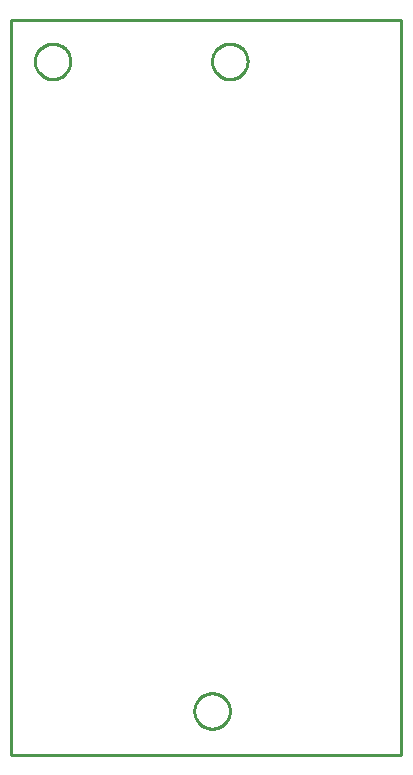
<source format=gbr>
G04 EAGLE Gerber RS-274X export*
G75*
%MOMM*%
%FSLAX34Y34*%
%LPD*%
%IN*%
%IPPOS*%
%AMOC8*
5,1,8,0,0,1.08239X$1,22.5*%
G01*
%ADD10C,0.254000*%


D10*
X0Y12700D02*
X330300Y12900D01*
X330300Y635100D01*
X0Y634900D01*
X0Y12700D01*
X185000Y49464D02*
X184924Y48396D01*
X184771Y47335D01*
X184543Y46288D01*
X184241Y45260D01*
X183867Y44256D01*
X183422Y43281D01*
X182908Y42341D01*
X182329Y41440D01*
X181687Y40582D01*
X180985Y39772D01*
X180228Y39015D01*
X179418Y38313D01*
X178560Y37671D01*
X177659Y37092D01*
X176719Y36578D01*
X175744Y36133D01*
X174740Y35759D01*
X173712Y35457D01*
X172665Y35229D01*
X171604Y35076D01*
X170536Y35000D01*
X169464Y35000D01*
X168396Y35076D01*
X167335Y35229D01*
X166288Y35457D01*
X165260Y35759D01*
X164256Y36133D01*
X163281Y36578D01*
X162341Y37092D01*
X161440Y37671D01*
X160582Y38313D01*
X159772Y39015D01*
X159015Y39772D01*
X158313Y40582D01*
X157671Y41440D01*
X157092Y42341D01*
X156578Y43281D01*
X156133Y44256D01*
X155759Y45260D01*
X155457Y46288D01*
X155229Y47335D01*
X155076Y48396D01*
X155000Y49464D01*
X155000Y50536D01*
X155076Y51604D01*
X155229Y52665D01*
X155457Y53712D01*
X155759Y54740D01*
X156133Y55744D01*
X156578Y56719D01*
X157092Y57659D01*
X157671Y58560D01*
X158313Y59418D01*
X159015Y60228D01*
X159772Y60985D01*
X160582Y61687D01*
X161440Y62329D01*
X162341Y62908D01*
X163281Y63422D01*
X164256Y63867D01*
X165260Y64241D01*
X166288Y64543D01*
X167335Y64771D01*
X168396Y64924D01*
X169464Y65000D01*
X170536Y65000D01*
X171604Y64924D01*
X172665Y64771D01*
X173712Y64543D01*
X174740Y64241D01*
X175744Y63867D01*
X176719Y63422D01*
X177659Y62908D01*
X178560Y62329D01*
X179418Y61687D01*
X180228Y60985D01*
X180985Y60228D01*
X181687Y59418D01*
X182329Y58560D01*
X182908Y57659D01*
X183422Y56719D01*
X183867Y55744D01*
X184241Y54740D01*
X184543Y53712D01*
X184771Y52665D01*
X184924Y51604D01*
X185000Y50536D01*
X185000Y49464D01*
X50000Y599464D02*
X49924Y598396D01*
X49771Y597335D01*
X49543Y596288D01*
X49241Y595260D01*
X48867Y594256D01*
X48422Y593281D01*
X47908Y592341D01*
X47329Y591440D01*
X46687Y590582D01*
X45985Y589772D01*
X45228Y589015D01*
X44418Y588313D01*
X43560Y587671D01*
X42659Y587092D01*
X41719Y586578D01*
X40744Y586133D01*
X39740Y585759D01*
X38712Y585457D01*
X37665Y585229D01*
X36604Y585076D01*
X35536Y585000D01*
X34464Y585000D01*
X33396Y585076D01*
X32335Y585229D01*
X31288Y585457D01*
X30260Y585759D01*
X29256Y586133D01*
X28281Y586578D01*
X27341Y587092D01*
X26440Y587671D01*
X25582Y588313D01*
X24772Y589015D01*
X24015Y589772D01*
X23313Y590582D01*
X22671Y591440D01*
X22092Y592341D01*
X21578Y593281D01*
X21133Y594256D01*
X20759Y595260D01*
X20457Y596288D01*
X20229Y597335D01*
X20076Y598396D01*
X20000Y599464D01*
X20000Y600536D01*
X20076Y601604D01*
X20229Y602665D01*
X20457Y603712D01*
X20759Y604740D01*
X21133Y605744D01*
X21578Y606719D01*
X22092Y607659D01*
X22671Y608560D01*
X23313Y609418D01*
X24015Y610228D01*
X24772Y610985D01*
X25582Y611687D01*
X26440Y612329D01*
X27341Y612908D01*
X28281Y613422D01*
X29256Y613867D01*
X30260Y614241D01*
X31288Y614543D01*
X32335Y614771D01*
X33396Y614924D01*
X34464Y615000D01*
X35536Y615000D01*
X36604Y614924D01*
X37665Y614771D01*
X38712Y614543D01*
X39740Y614241D01*
X40744Y613867D01*
X41719Y613422D01*
X42659Y612908D01*
X43560Y612329D01*
X44418Y611687D01*
X45228Y610985D01*
X45985Y610228D01*
X46687Y609418D01*
X47329Y608560D01*
X47908Y607659D01*
X48422Y606719D01*
X48867Y605744D01*
X49241Y604740D01*
X49543Y603712D01*
X49771Y602665D01*
X49924Y601604D01*
X50000Y600536D01*
X50000Y599464D01*
X200000Y599464D02*
X199924Y598396D01*
X199771Y597335D01*
X199543Y596288D01*
X199241Y595260D01*
X198867Y594256D01*
X198422Y593281D01*
X197908Y592341D01*
X197329Y591440D01*
X196687Y590582D01*
X195985Y589772D01*
X195228Y589015D01*
X194418Y588313D01*
X193560Y587671D01*
X192659Y587092D01*
X191719Y586578D01*
X190744Y586133D01*
X189740Y585759D01*
X188712Y585457D01*
X187665Y585229D01*
X186604Y585076D01*
X185536Y585000D01*
X184464Y585000D01*
X183396Y585076D01*
X182335Y585229D01*
X181288Y585457D01*
X180260Y585759D01*
X179256Y586133D01*
X178281Y586578D01*
X177341Y587092D01*
X176440Y587671D01*
X175582Y588313D01*
X174772Y589015D01*
X174015Y589772D01*
X173313Y590582D01*
X172671Y591440D01*
X172092Y592341D01*
X171578Y593281D01*
X171133Y594256D01*
X170759Y595260D01*
X170457Y596288D01*
X170229Y597335D01*
X170076Y598396D01*
X170000Y599464D01*
X170000Y600536D01*
X170076Y601604D01*
X170229Y602665D01*
X170457Y603712D01*
X170759Y604740D01*
X171133Y605744D01*
X171578Y606719D01*
X172092Y607659D01*
X172671Y608560D01*
X173313Y609418D01*
X174015Y610228D01*
X174772Y610985D01*
X175582Y611687D01*
X176440Y612329D01*
X177341Y612908D01*
X178281Y613422D01*
X179256Y613867D01*
X180260Y614241D01*
X181288Y614543D01*
X182335Y614771D01*
X183396Y614924D01*
X184464Y615000D01*
X185536Y615000D01*
X186604Y614924D01*
X187665Y614771D01*
X188712Y614543D01*
X189740Y614241D01*
X190744Y613867D01*
X191719Y613422D01*
X192659Y612908D01*
X193560Y612329D01*
X194418Y611687D01*
X195228Y610985D01*
X195985Y610228D01*
X196687Y609418D01*
X197329Y608560D01*
X197908Y607659D01*
X198422Y606719D01*
X198867Y605744D01*
X199241Y604740D01*
X199543Y603712D01*
X199771Y602665D01*
X199924Y601604D01*
X200000Y600536D01*
X200000Y599464D01*
M02*

</source>
